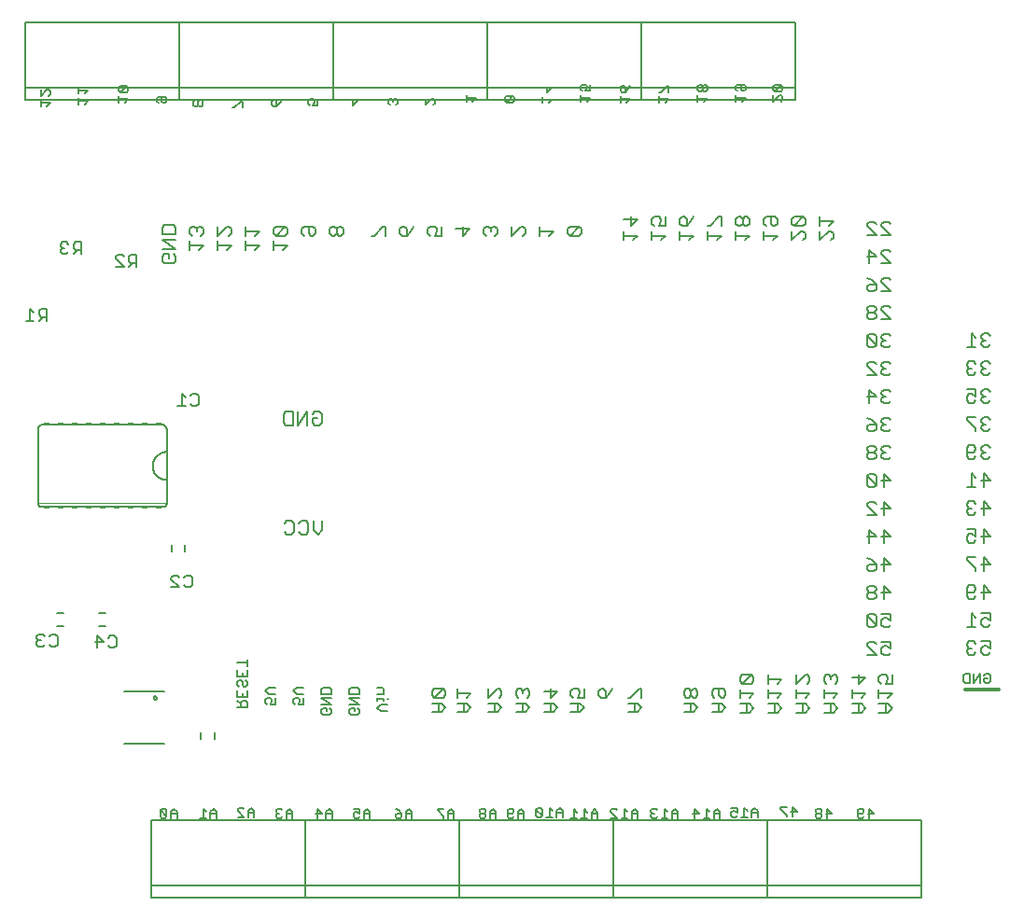
<source format=gbo>
G75*
%MOIN*%
%OFA0B0*%
%FSLAX25Y25*%
%IPPOS*%
%LPD*%
%AMOC8*
5,1,8,0,0,1.08239X$1,22.5*
%
%ADD10C,0.00800*%
%ADD11C,0.00600*%
%ADD12C,0.00500*%
%ADD13C,0.00200*%
%ADD14R,0.02000X0.00500*%
%ADD15C,0.01200*%
D10*
X0103335Y0076298D02*
X0103337Y0076345D01*
X0103343Y0076392D01*
X0103353Y0076439D01*
X0103366Y0076484D01*
X0103384Y0076528D01*
X0103405Y0076570D01*
X0103429Y0076611D01*
X0103457Y0076649D01*
X0103488Y0076685D01*
X0103522Y0076718D01*
X0103558Y0076748D01*
X0103597Y0076775D01*
X0103638Y0076799D01*
X0103681Y0076819D01*
X0103725Y0076835D01*
X0103771Y0076848D01*
X0103817Y0076857D01*
X0103865Y0076862D01*
X0103912Y0076863D01*
X0103959Y0076860D01*
X0104006Y0076853D01*
X0104052Y0076842D01*
X0104097Y0076828D01*
X0104141Y0076809D01*
X0104182Y0076787D01*
X0104222Y0076762D01*
X0104260Y0076733D01*
X0104295Y0076702D01*
X0104328Y0076667D01*
X0104357Y0076630D01*
X0104383Y0076591D01*
X0104406Y0076549D01*
X0104425Y0076506D01*
X0104441Y0076461D01*
X0104453Y0076415D01*
X0104461Y0076369D01*
X0104465Y0076322D01*
X0104465Y0076274D01*
X0104461Y0076227D01*
X0104453Y0076181D01*
X0104441Y0076135D01*
X0104425Y0076090D01*
X0104406Y0076047D01*
X0104383Y0076005D01*
X0104357Y0075966D01*
X0104328Y0075929D01*
X0104295Y0075894D01*
X0104260Y0075863D01*
X0104222Y0075834D01*
X0104183Y0075809D01*
X0104141Y0075787D01*
X0104097Y0075768D01*
X0104052Y0075754D01*
X0104006Y0075743D01*
X0103959Y0075736D01*
X0103912Y0075733D01*
X0103865Y0075734D01*
X0103817Y0075739D01*
X0103771Y0075748D01*
X0103725Y0075761D01*
X0103681Y0075777D01*
X0103638Y0075797D01*
X0103597Y0075821D01*
X0103558Y0075848D01*
X0103522Y0075878D01*
X0103488Y0075911D01*
X0103457Y0075947D01*
X0103429Y0075985D01*
X0103405Y0076026D01*
X0103384Y0076068D01*
X0103366Y0076112D01*
X0103353Y0076157D01*
X0103343Y0076204D01*
X0103337Y0076251D01*
X0103335Y0076298D01*
X0089307Y0094270D02*
X0087906Y0094270D01*
X0087205Y0094970D01*
X0089307Y0094270D02*
X0090008Y0094970D01*
X0090008Y0097773D01*
X0089307Y0098473D01*
X0087906Y0098473D01*
X0087205Y0097773D01*
X0085404Y0096371D02*
X0082601Y0096371D01*
X0083302Y0094270D02*
X0083302Y0098473D01*
X0085404Y0096371D01*
X0068984Y0095413D02*
X0068284Y0094712D01*
X0066883Y0094712D01*
X0066182Y0095413D01*
X0064380Y0095413D02*
X0063680Y0094712D01*
X0062279Y0094712D01*
X0061578Y0095413D01*
X0061578Y0096114D01*
X0062279Y0096814D01*
X0062979Y0096814D01*
X0062279Y0096814D02*
X0061578Y0097515D01*
X0061578Y0098215D01*
X0062279Y0098916D01*
X0063680Y0098916D01*
X0064380Y0098215D01*
X0066182Y0098215D02*
X0066883Y0098916D01*
X0068284Y0098916D01*
X0068984Y0098215D01*
X0068984Y0095413D01*
X0109632Y0115860D02*
X0112434Y0115860D01*
X0109632Y0118662D01*
X0109632Y0119363D01*
X0110332Y0120063D01*
X0111733Y0120063D01*
X0112434Y0119363D01*
X0114236Y0119363D02*
X0114936Y0120063D01*
X0116337Y0120063D01*
X0117038Y0119363D01*
X0117038Y0116560D01*
X0116337Y0115860D01*
X0114936Y0115860D01*
X0114236Y0116560D01*
X0150118Y0135548D02*
X0150919Y0134747D01*
X0152520Y0134747D01*
X0153321Y0135548D01*
X0153321Y0138751D01*
X0152520Y0139551D01*
X0150919Y0139551D01*
X0150118Y0138751D01*
X0155275Y0138751D02*
X0156075Y0139551D01*
X0157677Y0139551D01*
X0158478Y0138751D01*
X0158478Y0135548D01*
X0157677Y0134747D01*
X0156075Y0134747D01*
X0155275Y0135548D01*
X0160431Y0136349D02*
X0160431Y0139551D01*
X0160431Y0136349D02*
X0162033Y0134747D01*
X0163634Y0136349D01*
X0163634Y0139551D01*
X0162519Y0173730D02*
X0160917Y0173730D01*
X0160117Y0174531D01*
X0160117Y0176132D01*
X0161718Y0176132D01*
X0163319Y0177733D02*
X0163319Y0174531D01*
X0162519Y0173730D01*
X0158163Y0173730D02*
X0158163Y0178534D01*
X0154960Y0173730D01*
X0154960Y0178534D01*
X0153007Y0178534D02*
X0150604Y0178534D01*
X0149804Y0177733D01*
X0149804Y0174531D01*
X0150604Y0173730D01*
X0153007Y0173730D01*
X0153007Y0178534D01*
X0160117Y0177733D02*
X0160917Y0178534D01*
X0162519Y0178534D01*
X0163319Y0177733D01*
X0119334Y0181386D02*
X0118633Y0180686D01*
X0117232Y0180686D01*
X0116531Y0181386D01*
X0114730Y0180686D02*
X0111927Y0180686D01*
X0113328Y0180686D02*
X0113328Y0184889D01*
X0114730Y0183488D01*
X0116531Y0184189D02*
X0117232Y0184889D01*
X0118633Y0184889D01*
X0119334Y0184189D01*
X0119334Y0181386D01*
X0065159Y0211030D02*
X0065159Y0215233D01*
X0063058Y0215233D01*
X0062357Y0214533D01*
X0062357Y0213132D01*
X0063058Y0212431D01*
X0065159Y0212431D01*
X0063758Y0212431D02*
X0062357Y0211030D01*
X0060555Y0211030D02*
X0057753Y0211030D01*
X0059154Y0211030D02*
X0059154Y0215233D01*
X0060555Y0213832D01*
X0070849Y0234937D02*
X0072251Y0234937D01*
X0072951Y0235638D01*
X0074753Y0234937D02*
X0076154Y0236338D01*
X0075453Y0236338D02*
X0077555Y0236338D01*
X0077555Y0234937D02*
X0077555Y0239141D01*
X0075453Y0239141D01*
X0074753Y0238440D01*
X0074753Y0237039D01*
X0075453Y0236338D01*
X0072951Y0238440D02*
X0072251Y0239141D01*
X0070849Y0239141D01*
X0070149Y0238440D01*
X0070149Y0237740D01*
X0070849Y0237039D01*
X0070149Y0236338D01*
X0070149Y0235638D01*
X0070849Y0234937D01*
X0070849Y0237039D02*
X0071550Y0237039D01*
X0089890Y0233843D02*
X0089890Y0233142D01*
X0092693Y0230340D01*
X0089890Y0230340D01*
X0089890Y0233843D02*
X0090591Y0234543D01*
X0091992Y0234543D01*
X0092693Y0233843D01*
X0094494Y0233843D02*
X0094494Y0232442D01*
X0095195Y0231741D01*
X0097297Y0231741D01*
X0097297Y0230340D02*
X0097297Y0234543D01*
X0095195Y0234543D01*
X0094494Y0233843D01*
X0095895Y0231741D02*
X0094494Y0230340D01*
X0106400Y0232399D02*
X0106400Y0234000D01*
X0107201Y0234801D01*
X0108802Y0234801D01*
X0108802Y0233200D01*
X0110403Y0234801D02*
X0111204Y0234000D01*
X0111204Y0232399D01*
X0110403Y0231598D01*
X0107201Y0231598D01*
X0106400Y0232399D01*
X0106400Y0236755D02*
X0111204Y0236755D01*
X0106400Y0239957D01*
X0111204Y0239957D01*
X0111204Y0241911D02*
X0106400Y0241911D01*
X0106400Y0244313D01*
X0107201Y0245114D01*
X0110403Y0245114D01*
X0111204Y0244313D01*
X0111204Y0241911D01*
X0116300Y0242242D02*
X0117101Y0241442D01*
X0116300Y0242242D02*
X0116300Y0243844D01*
X0117101Y0244645D01*
X0117901Y0244645D01*
X0118702Y0243844D01*
X0118702Y0243043D01*
X0118702Y0243844D02*
X0119503Y0244645D01*
X0120303Y0244645D01*
X0121104Y0243844D01*
X0121104Y0242242D01*
X0120303Y0241442D01*
X0121104Y0237887D02*
X0116300Y0237887D01*
X0116300Y0239488D02*
X0116300Y0236285D01*
X0119503Y0236285D02*
X0121104Y0237887D01*
X0126300Y0237887D02*
X0131104Y0237887D01*
X0129503Y0236285D01*
X0126300Y0236285D02*
X0126300Y0239488D01*
X0126300Y0241442D02*
X0129503Y0244645D01*
X0130303Y0244645D01*
X0131104Y0243844D01*
X0131104Y0242242D01*
X0130303Y0241442D01*
X0126300Y0241442D02*
X0126300Y0244645D01*
X0136300Y0244645D02*
X0136300Y0241442D01*
X0136300Y0243043D02*
X0141104Y0243043D01*
X0139503Y0241442D01*
X0136300Y0239488D02*
X0136300Y0236285D01*
X0136300Y0237887D02*
X0141104Y0237887D01*
X0139503Y0236285D01*
X0146300Y0236285D02*
X0146300Y0239488D01*
X0146300Y0237887D02*
X0151104Y0237887D01*
X0149503Y0236285D01*
X0150303Y0241442D02*
X0147101Y0241442D01*
X0150303Y0244645D01*
X0147101Y0244645D01*
X0146300Y0243844D01*
X0146300Y0242242D01*
X0147101Y0241442D01*
X0150303Y0241442D02*
X0151104Y0242242D01*
X0151104Y0243844D01*
X0150303Y0244645D01*
X0156300Y0243844D02*
X0157101Y0244645D01*
X0160303Y0244645D01*
X0161104Y0243844D01*
X0161104Y0242242D01*
X0160303Y0241442D01*
X0159503Y0241442D01*
X0158702Y0242242D01*
X0158702Y0244645D01*
X0156300Y0243844D02*
X0156300Y0242242D01*
X0157101Y0241442D01*
X0166300Y0242242D02*
X0167101Y0241442D01*
X0167901Y0241442D01*
X0168702Y0242242D01*
X0168702Y0243844D01*
X0167901Y0244645D01*
X0167101Y0244645D01*
X0166300Y0243844D01*
X0166300Y0242242D01*
X0168702Y0242242D02*
X0169503Y0241442D01*
X0170303Y0241442D01*
X0171104Y0242242D01*
X0171104Y0243844D01*
X0170303Y0244645D01*
X0169503Y0244645D01*
X0168702Y0243844D01*
X0181300Y0241442D02*
X0182101Y0241442D01*
X0185303Y0244645D01*
X0186104Y0244645D01*
X0186104Y0241442D01*
X0191300Y0242242D02*
X0191300Y0243844D01*
X0192101Y0244645D01*
X0192901Y0244645D01*
X0193702Y0243844D01*
X0193702Y0241442D01*
X0192101Y0241442D01*
X0191300Y0242242D01*
X0193702Y0241442D02*
X0195303Y0243043D01*
X0196104Y0244645D01*
X0201300Y0243844D02*
X0201300Y0242242D01*
X0202101Y0241442D01*
X0203702Y0241442D02*
X0204503Y0243043D01*
X0204503Y0243844D01*
X0203702Y0244645D01*
X0202101Y0244645D01*
X0201300Y0243844D01*
X0203702Y0241442D02*
X0206104Y0241442D01*
X0206104Y0244645D01*
X0211300Y0243844D02*
X0216104Y0243844D01*
X0213702Y0241442D01*
X0213702Y0244645D01*
X0221300Y0243844D02*
X0221300Y0242242D01*
X0222101Y0241442D01*
X0223702Y0243043D02*
X0223702Y0243844D01*
X0222901Y0244645D01*
X0222101Y0244645D01*
X0221300Y0243844D01*
X0223702Y0243844D02*
X0224503Y0244645D01*
X0225303Y0244645D01*
X0226104Y0243844D01*
X0226104Y0242242D01*
X0225303Y0241442D01*
X0231300Y0241442D02*
X0234503Y0244645D01*
X0235303Y0244645D01*
X0236104Y0243844D01*
X0236104Y0242242D01*
X0235303Y0241442D01*
X0231300Y0241442D02*
X0231300Y0244645D01*
X0241300Y0244645D02*
X0241300Y0241442D01*
X0241300Y0243043D02*
X0246104Y0243043D01*
X0244503Y0241442D01*
X0251300Y0242242D02*
X0252101Y0241442D01*
X0255303Y0244645D01*
X0252101Y0244645D01*
X0251300Y0243844D01*
X0251300Y0242242D01*
X0252101Y0241442D02*
X0255303Y0241442D01*
X0256104Y0242242D01*
X0256104Y0243844D01*
X0255303Y0244645D01*
X0271300Y0242988D02*
X0271300Y0239785D01*
X0271300Y0241387D02*
X0276104Y0241387D01*
X0274503Y0239785D01*
X0281300Y0239785D02*
X0281300Y0242988D01*
X0281300Y0241387D02*
X0286104Y0241387D01*
X0284503Y0239785D01*
X0291300Y0239785D02*
X0291300Y0242988D01*
X0291300Y0241387D02*
X0296104Y0241387D01*
X0294503Y0239785D01*
X0301300Y0239785D02*
X0301300Y0242988D01*
X0301300Y0241387D02*
X0306104Y0241387D01*
X0304503Y0239785D01*
X0311300Y0239785D02*
X0311300Y0242988D01*
X0311300Y0241387D02*
X0316104Y0241387D01*
X0314503Y0239785D01*
X0321300Y0239785D02*
X0321300Y0242988D01*
X0321300Y0241387D02*
X0326104Y0241387D01*
X0324503Y0239785D01*
X0331300Y0239785D02*
X0331300Y0242988D01*
X0332101Y0244942D02*
X0331300Y0245742D01*
X0331300Y0247344D01*
X0332101Y0248145D01*
X0335303Y0248145D01*
X0332101Y0244942D01*
X0335303Y0244942D01*
X0336104Y0245742D01*
X0336104Y0247344D01*
X0335303Y0248145D01*
X0341300Y0248145D02*
X0341300Y0244942D01*
X0341300Y0246543D02*
X0346104Y0246543D01*
X0344503Y0244942D01*
X0344503Y0242988D02*
X0345303Y0242988D01*
X0346104Y0242187D01*
X0346104Y0240586D01*
X0345303Y0239785D01*
X0344503Y0242988D02*
X0341300Y0239785D01*
X0341300Y0242988D01*
X0336104Y0242187D02*
X0336104Y0240586D01*
X0335303Y0239785D01*
X0336104Y0242187D02*
X0335303Y0242988D01*
X0334503Y0242988D01*
X0331300Y0239785D01*
X0326104Y0245742D02*
X0325303Y0244942D01*
X0324503Y0244942D01*
X0323702Y0245742D01*
X0323702Y0248145D01*
X0322101Y0248145D02*
X0325303Y0248145D01*
X0326104Y0247344D01*
X0326104Y0245742D01*
X0322101Y0244942D02*
X0321300Y0245742D01*
X0321300Y0247344D01*
X0322101Y0248145D01*
X0316104Y0247344D02*
X0315303Y0248145D01*
X0314503Y0248145D01*
X0313702Y0247344D01*
X0313702Y0245742D01*
X0314503Y0244942D01*
X0315303Y0244942D01*
X0316104Y0245742D01*
X0316104Y0247344D01*
X0313702Y0247344D02*
X0312901Y0248145D01*
X0312101Y0248145D01*
X0311300Y0247344D01*
X0311300Y0245742D01*
X0312101Y0244942D01*
X0312901Y0244942D01*
X0313702Y0245742D01*
X0306104Y0244942D02*
X0306104Y0248145D01*
X0305303Y0248145D01*
X0302101Y0244942D01*
X0301300Y0244942D01*
X0296104Y0248145D02*
X0295303Y0246543D01*
X0293702Y0244942D01*
X0293702Y0247344D01*
X0292901Y0248145D01*
X0292101Y0248145D01*
X0291300Y0247344D01*
X0291300Y0245742D01*
X0292101Y0244942D01*
X0293702Y0244942D01*
X0286104Y0244942D02*
X0283702Y0244942D01*
X0284503Y0246543D01*
X0284503Y0247344D01*
X0283702Y0248145D01*
X0282101Y0248145D01*
X0281300Y0247344D01*
X0281300Y0245742D01*
X0282101Y0244942D01*
X0286104Y0244942D02*
X0286104Y0248145D01*
X0276104Y0247344D02*
X0273702Y0244942D01*
X0273702Y0248145D01*
X0271300Y0247344D02*
X0276104Y0247344D01*
X0358141Y0245602D02*
X0358942Y0246402D01*
X0360543Y0246402D01*
X0361344Y0245602D01*
X0363297Y0245602D02*
X0364098Y0246402D01*
X0365699Y0246402D01*
X0366500Y0245602D01*
X0363297Y0245602D02*
X0363297Y0244801D01*
X0366500Y0241598D01*
X0363297Y0241598D01*
X0361344Y0241598D02*
X0358141Y0244801D01*
X0358141Y0245602D01*
X0358141Y0241598D02*
X0361344Y0241598D01*
X0358942Y0236402D02*
X0361344Y0234000D01*
X0358141Y0234000D01*
X0358942Y0231598D02*
X0358942Y0236402D01*
X0363297Y0235602D02*
X0364098Y0236402D01*
X0365699Y0236402D01*
X0366500Y0235602D01*
X0363297Y0235602D02*
X0363297Y0234801D01*
X0366500Y0231598D01*
X0363297Y0231598D01*
X0364098Y0226402D02*
X0365699Y0226402D01*
X0366500Y0225602D01*
X0364098Y0226402D02*
X0363297Y0225602D01*
X0363297Y0224801D01*
X0366500Y0221598D01*
X0363297Y0221598D01*
X0361344Y0222399D02*
X0360543Y0221598D01*
X0358942Y0221598D01*
X0358141Y0222399D01*
X0358141Y0223200D01*
X0358942Y0224000D01*
X0361344Y0224000D01*
X0361344Y0222399D01*
X0361344Y0224000D02*
X0359742Y0225602D01*
X0358141Y0226402D01*
X0358942Y0216402D02*
X0358141Y0215602D01*
X0358141Y0214801D01*
X0358942Y0214000D01*
X0360543Y0214000D01*
X0361344Y0214801D01*
X0361344Y0215602D01*
X0360543Y0216402D01*
X0358942Y0216402D01*
X0358942Y0214000D02*
X0358141Y0213200D01*
X0358141Y0212399D01*
X0358942Y0211598D01*
X0360543Y0211598D01*
X0361344Y0212399D01*
X0361344Y0213200D01*
X0360543Y0214000D01*
X0363297Y0214801D02*
X0363297Y0215602D01*
X0364098Y0216402D01*
X0365699Y0216402D01*
X0366500Y0215602D01*
X0363297Y0214801D02*
X0366500Y0211598D01*
X0363297Y0211598D01*
X0364098Y0206402D02*
X0363297Y0205602D01*
X0363297Y0204801D01*
X0364098Y0204000D01*
X0363297Y0203200D01*
X0363297Y0202399D01*
X0364098Y0201598D01*
X0365699Y0201598D01*
X0366500Y0202399D01*
X0364899Y0204000D02*
X0364098Y0204000D01*
X0364098Y0206402D02*
X0365699Y0206402D01*
X0366500Y0205602D01*
X0361344Y0205602D02*
X0361344Y0202399D01*
X0358141Y0205602D01*
X0358141Y0202399D01*
X0358942Y0201598D01*
X0360543Y0201598D01*
X0361344Y0202399D01*
X0361344Y0205602D02*
X0360543Y0206402D01*
X0358942Y0206402D01*
X0358141Y0205602D01*
X0358942Y0196402D02*
X0360543Y0196402D01*
X0361344Y0195602D01*
X0363297Y0195602D02*
X0363297Y0194801D01*
X0364098Y0194000D01*
X0363297Y0193200D01*
X0363297Y0192399D01*
X0364098Y0191598D01*
X0365699Y0191598D01*
X0366500Y0192399D01*
X0364899Y0194000D02*
X0364098Y0194000D01*
X0363297Y0195602D02*
X0364098Y0196402D01*
X0365699Y0196402D01*
X0366500Y0195602D01*
X0361344Y0191598D02*
X0358141Y0191598D01*
X0361344Y0191598D02*
X0358141Y0194801D01*
X0358141Y0195602D01*
X0358942Y0196402D01*
X0358942Y0186402D02*
X0361344Y0184000D01*
X0358141Y0184000D01*
X0358942Y0181598D02*
X0358942Y0186402D01*
X0363297Y0185602D02*
X0363297Y0184801D01*
X0364098Y0184000D01*
X0363297Y0183200D01*
X0363297Y0182399D01*
X0364098Y0181598D01*
X0365699Y0181598D01*
X0366500Y0182399D01*
X0364899Y0184000D02*
X0364098Y0184000D01*
X0363297Y0185602D02*
X0364098Y0186402D01*
X0365699Y0186402D01*
X0366500Y0185602D01*
X0365699Y0176402D02*
X0364098Y0176402D01*
X0363297Y0175602D01*
X0363297Y0174801D01*
X0364098Y0174000D01*
X0363297Y0173200D01*
X0363297Y0172399D01*
X0364098Y0171598D01*
X0365699Y0171598D01*
X0366500Y0172399D01*
X0364899Y0174000D02*
X0364098Y0174000D01*
X0361344Y0174000D02*
X0358942Y0174000D01*
X0358141Y0173200D01*
X0358141Y0172399D01*
X0358942Y0171598D01*
X0360543Y0171598D01*
X0361344Y0172399D01*
X0361344Y0174000D01*
X0359742Y0175602D01*
X0358141Y0176402D01*
X0365699Y0176402D02*
X0366500Y0175602D01*
X0365699Y0166402D02*
X0364098Y0166402D01*
X0363297Y0165602D01*
X0363297Y0164801D01*
X0364098Y0164000D01*
X0363297Y0163200D01*
X0363297Y0162399D01*
X0364098Y0161598D01*
X0365699Y0161598D01*
X0366500Y0162399D01*
X0364899Y0164000D02*
X0364098Y0164000D01*
X0361344Y0163200D02*
X0360543Y0164000D01*
X0358942Y0164000D01*
X0358141Y0163200D01*
X0358141Y0162399D01*
X0358942Y0161598D01*
X0360543Y0161598D01*
X0361344Y0162399D01*
X0361344Y0163200D01*
X0360543Y0164000D02*
X0361344Y0164801D01*
X0361344Y0165602D01*
X0360543Y0166402D01*
X0358942Y0166402D01*
X0358141Y0165602D01*
X0358141Y0164801D01*
X0358942Y0164000D01*
X0365699Y0166402D02*
X0366500Y0165602D01*
X0364098Y0156402D02*
X0366500Y0154000D01*
X0363297Y0154000D01*
X0361344Y0152399D02*
X0361344Y0155602D01*
X0360543Y0156402D01*
X0358942Y0156402D01*
X0358141Y0155602D01*
X0361344Y0152399D01*
X0360543Y0151598D01*
X0358942Y0151598D01*
X0358141Y0152399D01*
X0358141Y0155602D01*
X0364098Y0156402D02*
X0364098Y0151598D01*
X0364098Y0146402D02*
X0366500Y0144000D01*
X0363297Y0144000D01*
X0361344Y0145602D02*
X0360543Y0146402D01*
X0358942Y0146402D01*
X0358141Y0145602D01*
X0358141Y0144801D01*
X0361344Y0141598D01*
X0358141Y0141598D01*
X0358942Y0136402D02*
X0361344Y0134000D01*
X0358141Y0134000D01*
X0358942Y0131598D02*
X0358942Y0136402D01*
X0363297Y0134000D02*
X0366500Y0134000D01*
X0364098Y0136402D01*
X0364098Y0131598D01*
X0364098Y0126402D02*
X0366500Y0124000D01*
X0363297Y0124000D01*
X0361344Y0124000D02*
X0358942Y0124000D01*
X0358141Y0123200D01*
X0358141Y0122399D01*
X0358942Y0121598D01*
X0360543Y0121598D01*
X0361344Y0122399D01*
X0361344Y0124000D01*
X0359742Y0125602D01*
X0358141Y0126402D01*
X0364098Y0126402D02*
X0364098Y0121598D01*
X0364098Y0116402D02*
X0366500Y0114000D01*
X0363297Y0114000D01*
X0361344Y0113200D02*
X0360543Y0114000D01*
X0358942Y0114000D01*
X0358141Y0113200D01*
X0358141Y0112399D01*
X0358942Y0111598D01*
X0360543Y0111598D01*
X0361344Y0112399D01*
X0361344Y0113200D01*
X0360543Y0114000D02*
X0361344Y0114801D01*
X0361344Y0115602D01*
X0360543Y0116402D01*
X0358942Y0116402D01*
X0358141Y0115602D01*
X0358141Y0114801D01*
X0358942Y0114000D01*
X0364098Y0111598D02*
X0364098Y0116402D01*
X0363297Y0106402D02*
X0366500Y0106402D01*
X0366500Y0104000D01*
X0364899Y0104801D01*
X0364098Y0104801D01*
X0363297Y0104000D01*
X0363297Y0102399D01*
X0364098Y0101598D01*
X0365699Y0101598D01*
X0366500Y0102399D01*
X0361344Y0102399D02*
X0361344Y0105602D01*
X0360543Y0106402D01*
X0358942Y0106402D01*
X0358141Y0105602D01*
X0361344Y0102399D01*
X0360543Y0101598D01*
X0358942Y0101598D01*
X0358141Y0102399D01*
X0358141Y0105602D01*
X0358942Y0096402D02*
X0360543Y0096402D01*
X0361344Y0095602D01*
X0363297Y0096402D02*
X0366500Y0096402D01*
X0366500Y0094000D01*
X0364899Y0094801D01*
X0364098Y0094801D01*
X0363297Y0094000D01*
X0363297Y0092399D01*
X0364098Y0091598D01*
X0365699Y0091598D01*
X0366500Y0092399D01*
X0361344Y0091598D02*
X0358141Y0094801D01*
X0358141Y0095602D01*
X0358942Y0096402D01*
X0358141Y0091598D02*
X0361344Y0091598D01*
X0363101Y0084545D02*
X0362300Y0083744D01*
X0362300Y0082142D01*
X0363101Y0081342D01*
X0364702Y0081342D02*
X0365503Y0082943D01*
X0365503Y0083744D01*
X0364702Y0084545D01*
X0363101Y0084545D01*
X0364702Y0081342D02*
X0367104Y0081342D01*
X0367104Y0084545D01*
X0367104Y0077787D02*
X0362300Y0077787D01*
X0362300Y0079388D02*
X0362300Y0076185D01*
X0362300Y0074232D02*
X0365503Y0074232D01*
X0367104Y0072630D01*
X0365503Y0071029D01*
X0362300Y0071029D01*
X0364702Y0071029D02*
X0364702Y0074232D01*
X0365503Y0076185D02*
X0367104Y0077787D01*
X0357604Y0077787D02*
X0356003Y0076185D01*
X0356003Y0074232D02*
X0352800Y0074232D01*
X0352800Y0076185D02*
X0352800Y0079388D01*
X0352800Y0077787D02*
X0357604Y0077787D01*
X0356003Y0074232D02*
X0357604Y0072630D01*
X0356003Y0071029D01*
X0352800Y0071029D01*
X0355202Y0071029D02*
X0355202Y0074232D01*
X0347604Y0072630D02*
X0346003Y0074232D01*
X0342800Y0074232D01*
X0342800Y0076185D02*
X0342800Y0079388D01*
X0342800Y0077787D02*
X0347604Y0077787D01*
X0346003Y0076185D01*
X0345202Y0074232D02*
X0345202Y0071029D01*
X0346003Y0071029D02*
X0347604Y0072630D01*
X0346003Y0071029D02*
X0342800Y0071029D01*
X0337604Y0072630D02*
X0336003Y0074232D01*
X0332800Y0074232D01*
X0332800Y0076185D02*
X0332800Y0079388D01*
X0332800Y0077787D02*
X0337604Y0077787D01*
X0336003Y0076185D01*
X0335202Y0074232D02*
X0335202Y0071029D01*
X0336003Y0071029D02*
X0337604Y0072630D01*
X0336003Y0071029D02*
X0332800Y0071029D01*
X0327604Y0072630D02*
X0326003Y0074232D01*
X0322800Y0074232D01*
X0322800Y0076185D02*
X0322800Y0079388D01*
X0322800Y0077787D02*
X0327604Y0077787D01*
X0326003Y0076185D01*
X0325202Y0074232D02*
X0325202Y0071029D01*
X0326003Y0071029D02*
X0327604Y0072630D01*
X0326003Y0071029D02*
X0322800Y0071029D01*
X0317604Y0072630D02*
X0316003Y0074232D01*
X0312800Y0074232D01*
X0312800Y0076185D02*
X0312800Y0079388D01*
X0312800Y0077787D02*
X0317604Y0077787D01*
X0316003Y0076185D01*
X0315202Y0074232D02*
X0315202Y0071029D01*
X0316003Y0071029D02*
X0317604Y0072630D01*
X0316003Y0071029D02*
X0312800Y0071029D01*
X0307604Y0072787D02*
X0306003Y0074388D01*
X0302800Y0074388D01*
X0303601Y0076342D02*
X0302800Y0077142D01*
X0302800Y0078744D01*
X0303601Y0079545D01*
X0306803Y0079545D01*
X0307604Y0078744D01*
X0307604Y0077142D01*
X0306803Y0076342D01*
X0306003Y0076342D01*
X0305202Y0077142D01*
X0305202Y0079545D01*
X0305202Y0074388D02*
X0305202Y0071185D01*
X0306003Y0071185D02*
X0307604Y0072787D01*
X0306003Y0071185D02*
X0302800Y0071185D01*
X0297604Y0072787D02*
X0296003Y0074388D01*
X0292800Y0074388D01*
X0293601Y0076342D02*
X0292800Y0077142D01*
X0292800Y0078744D01*
X0293601Y0079545D01*
X0294401Y0079545D01*
X0295202Y0078744D01*
X0295202Y0077142D01*
X0296003Y0076342D01*
X0296803Y0076342D01*
X0297604Y0077142D01*
X0297604Y0078744D01*
X0296803Y0079545D01*
X0296003Y0079545D01*
X0295202Y0078744D01*
X0295202Y0077142D02*
X0294401Y0076342D01*
X0293601Y0076342D01*
X0295202Y0074388D02*
X0295202Y0071185D01*
X0296003Y0071185D02*
X0297604Y0072787D01*
X0296003Y0071185D02*
X0292800Y0071185D01*
X0277604Y0072787D02*
X0276003Y0074388D01*
X0272800Y0074388D01*
X0272800Y0076342D02*
X0273601Y0076342D01*
X0276803Y0079545D01*
X0277604Y0079545D01*
X0277604Y0076342D01*
X0275202Y0074388D02*
X0275202Y0071185D01*
X0276003Y0071185D02*
X0277604Y0072787D01*
X0276003Y0071185D02*
X0272800Y0071185D01*
X0266303Y0077943D02*
X0264702Y0076342D01*
X0264702Y0078744D01*
X0263901Y0079545D01*
X0263101Y0079545D01*
X0262300Y0078744D01*
X0262300Y0077142D01*
X0263101Y0076342D01*
X0264702Y0076342D01*
X0266303Y0077943D02*
X0267104Y0079545D01*
X0257104Y0079545D02*
X0257104Y0076342D01*
X0254702Y0076342D01*
X0255503Y0077943D01*
X0255503Y0078744D01*
X0254702Y0079545D01*
X0253101Y0079545D01*
X0252300Y0078744D01*
X0252300Y0077142D01*
X0253101Y0076342D01*
X0252300Y0074388D02*
X0255503Y0074388D01*
X0257104Y0072787D01*
X0255503Y0071185D01*
X0252300Y0071185D01*
X0254702Y0071185D02*
X0254702Y0074388D01*
X0247604Y0072787D02*
X0246003Y0074388D01*
X0242800Y0074388D01*
X0245202Y0074388D02*
X0245202Y0071185D01*
X0246003Y0071185D02*
X0247604Y0072787D01*
X0246003Y0071185D02*
X0242800Y0071185D01*
X0237604Y0072787D02*
X0236003Y0074388D01*
X0232800Y0074388D01*
X0233601Y0076342D02*
X0232800Y0077142D01*
X0232800Y0078744D01*
X0233601Y0079545D01*
X0234401Y0079545D01*
X0235202Y0078744D01*
X0235202Y0077943D01*
X0235202Y0078744D02*
X0236003Y0079545D01*
X0236803Y0079545D01*
X0237604Y0078744D01*
X0237604Y0077142D01*
X0236803Y0076342D01*
X0235202Y0074388D02*
X0235202Y0071185D01*
X0236003Y0071185D02*
X0232800Y0071185D01*
X0236003Y0071185D02*
X0237604Y0072787D01*
X0242800Y0078744D02*
X0247604Y0078744D01*
X0245202Y0076342D01*
X0245202Y0079545D01*
X0227604Y0078744D02*
X0227604Y0077142D01*
X0226803Y0076342D01*
X0226003Y0074388D02*
X0222800Y0074388D01*
X0222800Y0076342D02*
X0226003Y0079545D01*
X0226803Y0079545D01*
X0227604Y0078744D01*
X0226003Y0074388D02*
X0227604Y0072787D01*
X0226003Y0071185D01*
X0222800Y0071185D01*
X0225202Y0071185D02*
X0225202Y0074388D01*
X0222800Y0076342D02*
X0222800Y0079545D01*
X0216604Y0077943D02*
X0211800Y0077943D01*
X0211800Y0076342D02*
X0211800Y0079545D01*
X0207604Y0078744D02*
X0206803Y0079545D01*
X0203601Y0076342D01*
X0202800Y0077142D01*
X0202800Y0078744D01*
X0203601Y0079545D01*
X0206803Y0079545D01*
X0207604Y0078744D02*
X0207604Y0077142D01*
X0206803Y0076342D01*
X0203601Y0076342D01*
X0202800Y0074388D02*
X0206003Y0074388D01*
X0207604Y0072787D01*
X0206003Y0071185D01*
X0202800Y0071185D01*
X0205202Y0071185D02*
X0205202Y0074388D01*
X0211800Y0074388D02*
X0215003Y0074388D01*
X0216604Y0072787D01*
X0215003Y0071185D01*
X0211800Y0071185D01*
X0214202Y0071185D02*
X0214202Y0074388D01*
X0215003Y0076342D02*
X0216604Y0077943D01*
X0312800Y0082142D02*
X0313601Y0081342D01*
X0316803Y0084545D01*
X0313601Y0084545D01*
X0312800Y0083744D01*
X0312800Y0082142D01*
X0313601Y0081342D02*
X0316803Y0081342D01*
X0317604Y0082142D01*
X0317604Y0083744D01*
X0316803Y0084545D01*
X0322800Y0084545D02*
X0322800Y0081342D01*
X0322800Y0082943D02*
X0327604Y0082943D01*
X0326003Y0081342D01*
X0332800Y0081342D02*
X0336003Y0084545D01*
X0336803Y0084545D01*
X0337604Y0083744D01*
X0337604Y0082142D01*
X0336803Y0081342D01*
X0332800Y0081342D02*
X0332800Y0084545D01*
X0342800Y0083744D02*
X0342800Y0082142D01*
X0343601Y0081342D01*
X0345202Y0082943D02*
X0345202Y0083744D01*
X0344401Y0084545D01*
X0343601Y0084545D01*
X0342800Y0083744D01*
X0345202Y0083744D02*
X0346003Y0084545D01*
X0346803Y0084545D01*
X0347604Y0083744D01*
X0347604Y0082142D01*
X0346803Y0081342D01*
X0352800Y0083744D02*
X0357604Y0083744D01*
X0355202Y0081342D01*
X0355202Y0084545D01*
X0393741Y0092499D02*
X0394542Y0091698D01*
X0396143Y0091698D01*
X0396944Y0092499D01*
X0398897Y0092499D02*
X0399698Y0091698D01*
X0401299Y0091698D01*
X0402100Y0092499D01*
X0402100Y0094100D02*
X0400499Y0094901D01*
X0399698Y0094901D01*
X0398897Y0094100D01*
X0398897Y0092499D01*
X0402100Y0094100D02*
X0402100Y0096502D01*
X0398897Y0096502D01*
X0396944Y0095702D02*
X0396143Y0096502D01*
X0394542Y0096502D01*
X0393741Y0095702D01*
X0393741Y0094901D01*
X0394542Y0094100D01*
X0393741Y0093300D01*
X0393741Y0092499D01*
X0394542Y0094100D02*
X0395342Y0094100D01*
X0395342Y0101698D02*
X0395342Y0106502D01*
X0396944Y0104901D01*
X0398897Y0104100D02*
X0398897Y0102499D01*
X0399698Y0101698D01*
X0401299Y0101698D01*
X0402100Y0102499D01*
X0402100Y0104100D02*
X0400499Y0104901D01*
X0399698Y0104901D01*
X0398897Y0104100D01*
X0398897Y0106502D02*
X0402100Y0106502D01*
X0402100Y0104100D01*
X0396944Y0101698D02*
X0393741Y0101698D01*
X0394542Y0111698D02*
X0393741Y0112499D01*
X0393741Y0115702D01*
X0394542Y0116502D01*
X0396143Y0116502D01*
X0396944Y0115702D01*
X0396944Y0114901D01*
X0396143Y0114100D01*
X0393741Y0114100D01*
X0394542Y0111698D02*
X0396143Y0111698D01*
X0396944Y0112499D01*
X0398897Y0114100D02*
X0402100Y0114100D01*
X0399698Y0116502D01*
X0399698Y0111698D01*
X0399698Y0121698D02*
X0399698Y0126502D01*
X0402100Y0124100D01*
X0398897Y0124100D01*
X0396944Y0122499D02*
X0396944Y0121698D01*
X0396944Y0122499D02*
X0393741Y0125702D01*
X0393741Y0126502D01*
X0396944Y0126502D01*
X0396143Y0131698D02*
X0396944Y0132499D01*
X0396143Y0131698D02*
X0394542Y0131698D01*
X0393741Y0132499D01*
X0393741Y0134100D01*
X0394542Y0134901D01*
X0395342Y0134901D01*
X0396944Y0134100D01*
X0396944Y0136502D01*
X0393741Y0136502D01*
X0394542Y0141698D02*
X0393741Y0142499D01*
X0393741Y0143300D01*
X0394542Y0144100D01*
X0395342Y0144100D01*
X0394542Y0144100D02*
X0393741Y0144901D01*
X0393741Y0145702D01*
X0394542Y0146502D01*
X0396143Y0146502D01*
X0396944Y0145702D01*
X0398897Y0144100D02*
X0402100Y0144100D01*
X0399698Y0146502D01*
X0399698Y0141698D01*
X0396944Y0142499D02*
X0396143Y0141698D01*
X0394542Y0141698D01*
X0399698Y0136502D02*
X0402100Y0134100D01*
X0398897Y0134100D01*
X0399698Y0131698D02*
X0399698Y0136502D01*
X0399698Y0151698D02*
X0399698Y0156502D01*
X0402100Y0154100D01*
X0398897Y0154100D01*
X0396944Y0154901D02*
X0395342Y0156502D01*
X0395342Y0151698D01*
X0393741Y0151698D02*
X0396944Y0151698D01*
X0396143Y0161698D02*
X0394542Y0161698D01*
X0393741Y0162499D01*
X0393741Y0165702D01*
X0394542Y0166502D01*
X0396143Y0166502D01*
X0396944Y0165702D01*
X0396944Y0164901D01*
X0396143Y0164100D01*
X0393741Y0164100D01*
X0396143Y0161698D02*
X0396944Y0162499D01*
X0398897Y0162499D02*
X0399698Y0161698D01*
X0401299Y0161698D01*
X0402100Y0162499D01*
X0400499Y0164100D02*
X0399698Y0164100D01*
X0398897Y0163300D01*
X0398897Y0162499D01*
X0399698Y0164100D02*
X0398897Y0164901D01*
X0398897Y0165702D01*
X0399698Y0166502D01*
X0401299Y0166502D01*
X0402100Y0165702D01*
X0401299Y0171698D02*
X0402100Y0172499D01*
X0401299Y0171698D02*
X0399698Y0171698D01*
X0398897Y0172499D01*
X0398897Y0173300D01*
X0399698Y0174100D01*
X0400499Y0174100D01*
X0399698Y0174100D02*
X0398897Y0174901D01*
X0398897Y0175702D01*
X0399698Y0176502D01*
X0401299Y0176502D01*
X0402100Y0175702D01*
X0396944Y0176502D02*
X0393741Y0176502D01*
X0393741Y0175702D01*
X0396944Y0172499D01*
X0396944Y0171698D01*
X0396143Y0181698D02*
X0396944Y0182499D01*
X0396143Y0181698D02*
X0394542Y0181698D01*
X0393741Y0182499D01*
X0393741Y0184100D01*
X0394542Y0184901D01*
X0395342Y0184901D01*
X0396944Y0184100D01*
X0396944Y0186502D01*
X0393741Y0186502D01*
X0398897Y0185702D02*
X0398897Y0184901D01*
X0399698Y0184100D01*
X0398897Y0183300D01*
X0398897Y0182499D01*
X0399698Y0181698D01*
X0401299Y0181698D01*
X0402100Y0182499D01*
X0400499Y0184100D02*
X0399698Y0184100D01*
X0398897Y0185702D02*
X0399698Y0186502D01*
X0401299Y0186502D01*
X0402100Y0185702D01*
X0401299Y0191698D02*
X0402100Y0192499D01*
X0401299Y0191698D02*
X0399698Y0191698D01*
X0398897Y0192499D01*
X0398897Y0193300D01*
X0399698Y0194100D01*
X0400499Y0194100D01*
X0399698Y0194100D02*
X0398897Y0194901D01*
X0398897Y0195702D01*
X0399698Y0196502D01*
X0401299Y0196502D01*
X0402100Y0195702D01*
X0396944Y0195702D02*
X0396143Y0196502D01*
X0394542Y0196502D01*
X0393741Y0195702D01*
X0393741Y0194901D01*
X0394542Y0194100D01*
X0393741Y0193300D01*
X0393741Y0192499D01*
X0394542Y0191698D01*
X0396143Y0191698D01*
X0396944Y0192499D01*
X0395342Y0194100D02*
X0394542Y0194100D01*
X0395342Y0201698D02*
X0395342Y0206502D01*
X0396944Y0204901D01*
X0398897Y0204901D02*
X0399698Y0204100D01*
X0398897Y0203300D01*
X0398897Y0202499D01*
X0399698Y0201698D01*
X0401299Y0201698D01*
X0402100Y0202499D01*
X0400499Y0204100D02*
X0399698Y0204100D01*
X0398897Y0204901D02*
X0398897Y0205702D01*
X0399698Y0206502D01*
X0401299Y0206502D01*
X0402100Y0205702D01*
X0396944Y0201698D02*
X0393741Y0201698D01*
X0364098Y0146402D02*
X0364098Y0141598D01*
D11*
X0107098Y0059899D02*
X0092902Y0059899D01*
X0092902Y0078497D02*
X0107098Y0078497D01*
X0120300Y0063853D02*
X0120300Y0061491D01*
X0125025Y0061491D02*
X0125025Y0063853D01*
X0133300Y0072982D02*
X0136703Y0072982D01*
X0136703Y0074684D01*
X0136136Y0075251D01*
X0135001Y0075251D01*
X0134434Y0074684D01*
X0134434Y0072982D01*
X0134434Y0074117D02*
X0133300Y0075251D01*
X0133300Y0076666D02*
X0133300Y0078934D01*
X0133867Y0080349D02*
X0133300Y0080916D01*
X0133300Y0082050D01*
X0133867Y0082617D01*
X0134434Y0082617D01*
X0135001Y0082050D01*
X0135001Y0080916D01*
X0135569Y0080349D01*
X0136136Y0080349D01*
X0136703Y0080916D01*
X0136703Y0082050D01*
X0136136Y0082617D01*
X0136703Y0084032D02*
X0133300Y0084032D01*
X0133300Y0086301D01*
X0135001Y0085166D02*
X0135001Y0084032D01*
X0136703Y0084032D02*
X0136703Y0086301D01*
X0136703Y0087715D02*
X0136703Y0089984D01*
X0136703Y0088849D02*
X0133300Y0088849D01*
X0136703Y0078934D02*
X0136703Y0076666D01*
X0133300Y0076666D01*
X0135001Y0076666D02*
X0135001Y0077800D01*
X0143300Y0078849D02*
X0144434Y0079984D01*
X0146703Y0079984D01*
X0146703Y0077715D02*
X0144434Y0077715D01*
X0143300Y0078849D01*
X0143867Y0076301D02*
X0143300Y0075733D01*
X0143300Y0074599D01*
X0143867Y0074032D01*
X0145001Y0074032D02*
X0145569Y0075166D01*
X0145569Y0075733D01*
X0145001Y0076301D01*
X0143867Y0076301D01*
X0145001Y0074032D02*
X0146703Y0074032D01*
X0146703Y0076301D01*
X0153300Y0075733D02*
X0153300Y0074599D01*
X0153867Y0074032D01*
X0155001Y0074032D02*
X0155569Y0075166D01*
X0155569Y0075733D01*
X0155001Y0076301D01*
X0153867Y0076301D01*
X0153300Y0075733D01*
X0154434Y0077715D02*
X0153300Y0078849D01*
X0154434Y0079984D01*
X0156703Y0079984D01*
X0156703Y0077715D02*
X0154434Y0077715D01*
X0156703Y0076301D02*
X0156703Y0074032D01*
X0155001Y0074032D01*
X0163300Y0074032D02*
X0166703Y0074032D01*
X0163300Y0076301D01*
X0166703Y0076301D01*
X0166703Y0077715D02*
X0163300Y0077715D01*
X0163300Y0079417D01*
X0163867Y0079984D01*
X0166136Y0079984D01*
X0166703Y0079417D01*
X0166703Y0077715D01*
X0166136Y0072617D02*
X0166703Y0072050D01*
X0166703Y0070916D01*
X0166136Y0070349D01*
X0163867Y0070349D01*
X0163300Y0070916D01*
X0163300Y0072050D01*
X0163867Y0072617D01*
X0165001Y0072617D01*
X0165001Y0071483D01*
X0173300Y0070916D02*
X0173300Y0072050D01*
X0173867Y0072617D01*
X0175001Y0072617D01*
X0175001Y0071483D01*
X0173867Y0070349D02*
X0173300Y0070916D01*
X0173867Y0070349D02*
X0176136Y0070349D01*
X0176703Y0070916D01*
X0176703Y0072050D01*
X0176136Y0072617D01*
X0176703Y0074032D02*
X0173300Y0076301D01*
X0176703Y0076301D01*
X0176703Y0077715D02*
X0176703Y0079417D01*
X0176136Y0079984D01*
X0173867Y0079984D01*
X0173300Y0079417D01*
X0173300Y0077715D01*
X0176703Y0077715D01*
X0176703Y0074032D02*
X0173300Y0074032D01*
X0183300Y0075260D02*
X0183300Y0076394D01*
X0183300Y0075827D02*
X0185569Y0075827D01*
X0185569Y0075260D01*
X0186703Y0075827D02*
X0187270Y0075827D01*
X0186703Y0073845D02*
X0184434Y0073845D01*
X0183300Y0072711D01*
X0184434Y0071576D01*
X0186703Y0071576D01*
X0185569Y0077715D02*
X0185569Y0079416D01*
X0185001Y0079984D01*
X0183300Y0079984D01*
X0183300Y0077715D02*
X0185569Y0077715D01*
X0189659Y0036767D02*
X0190793Y0036200D01*
X0191927Y0035066D01*
X0190226Y0035066D01*
X0189659Y0034499D01*
X0189659Y0033931D01*
X0190226Y0033364D01*
X0191360Y0033364D01*
X0191927Y0033931D01*
X0191927Y0035066D01*
X0193342Y0035066D02*
X0195611Y0035066D01*
X0195611Y0035633D02*
X0194476Y0036767D01*
X0193342Y0035633D01*
X0193342Y0033364D01*
X0195611Y0033364D02*
X0195611Y0035633D01*
X0204659Y0036200D02*
X0206927Y0033931D01*
X0206927Y0033364D01*
X0208342Y0033364D02*
X0208342Y0035633D01*
X0209476Y0036767D01*
X0210611Y0035633D01*
X0210611Y0033364D01*
X0210611Y0035066D02*
X0208342Y0035066D01*
X0206927Y0036767D02*
X0204659Y0036767D01*
X0204659Y0036200D01*
X0219659Y0036200D02*
X0219659Y0035633D01*
X0220226Y0035066D01*
X0221360Y0035066D01*
X0221927Y0035633D01*
X0221927Y0036200D01*
X0221360Y0036767D01*
X0220226Y0036767D01*
X0219659Y0036200D01*
X0220226Y0035066D02*
X0219659Y0034499D01*
X0219659Y0033931D01*
X0220226Y0033364D01*
X0221360Y0033364D01*
X0221927Y0033931D01*
X0221927Y0034499D01*
X0221360Y0035066D01*
X0223342Y0035066D02*
X0225611Y0035066D01*
X0225611Y0035633D02*
X0224476Y0036767D01*
X0223342Y0035633D01*
X0223342Y0033364D01*
X0225611Y0033364D02*
X0225611Y0035633D01*
X0229659Y0036200D02*
X0229659Y0033931D01*
X0230226Y0033364D01*
X0231360Y0033364D01*
X0231927Y0033931D01*
X0231360Y0035066D02*
X0229659Y0035066D01*
X0229659Y0036200D02*
X0230226Y0036767D01*
X0231360Y0036767D01*
X0231927Y0036200D01*
X0231927Y0035633D01*
X0231360Y0035066D01*
X0233342Y0035066D02*
X0235611Y0035066D01*
X0235611Y0035633D02*
X0234476Y0036767D01*
X0233342Y0035633D01*
X0233342Y0033364D01*
X0235611Y0033364D02*
X0235611Y0035633D01*
X0239884Y0036419D02*
X0242153Y0034150D01*
X0241586Y0033583D01*
X0240451Y0033583D01*
X0239884Y0034150D01*
X0239884Y0036419D01*
X0240451Y0036986D01*
X0241586Y0036986D01*
X0242153Y0036419D01*
X0242153Y0034150D01*
X0243567Y0033583D02*
X0245836Y0033583D01*
X0244702Y0033583D02*
X0244702Y0036986D01*
X0245836Y0035851D01*
X0247251Y0035851D02*
X0247251Y0033583D01*
X0247251Y0035284D02*
X0249519Y0035284D01*
X0249519Y0035851D02*
X0248385Y0036986D01*
X0247251Y0035851D01*
X0249519Y0035851D02*
X0249519Y0033583D01*
X0252285Y0033146D02*
X0254554Y0033146D01*
X0253420Y0033146D02*
X0253420Y0036549D01*
X0254554Y0035414D01*
X0255969Y0033146D02*
X0258237Y0033146D01*
X0257103Y0033146D02*
X0257103Y0036549D01*
X0258237Y0035414D01*
X0259652Y0035414D02*
X0259652Y0033146D01*
X0259652Y0034847D02*
X0261920Y0034847D01*
X0261920Y0035414D02*
X0260786Y0036549D01*
X0259652Y0035414D01*
X0261920Y0035414D02*
X0261920Y0033146D01*
X0266631Y0033364D02*
X0268899Y0033364D01*
X0266631Y0035633D01*
X0266631Y0036200D01*
X0267198Y0036767D01*
X0268332Y0036767D01*
X0268899Y0036200D01*
X0271448Y0036767D02*
X0271448Y0033364D01*
X0272582Y0033364D02*
X0270314Y0033364D01*
X0272582Y0035633D02*
X0271448Y0036767D01*
X0273997Y0035633D02*
X0273997Y0033364D01*
X0273997Y0035066D02*
X0276265Y0035066D01*
X0276265Y0035633D02*
X0275131Y0036767D01*
X0273997Y0035633D01*
X0276265Y0035633D02*
X0276265Y0033364D01*
X0280976Y0033931D02*
X0281543Y0033364D01*
X0282677Y0033364D01*
X0283244Y0033931D01*
X0284659Y0033364D02*
X0286927Y0033364D01*
X0285793Y0033364D02*
X0285793Y0036767D01*
X0286927Y0035633D01*
X0288342Y0035633D02*
X0288342Y0033364D01*
X0288342Y0035066D02*
X0290611Y0035066D01*
X0290611Y0035633D02*
X0289476Y0036767D01*
X0288342Y0035633D01*
X0290611Y0035633D02*
X0290611Y0033364D01*
X0295976Y0035066D02*
X0298244Y0035066D01*
X0296543Y0036767D01*
X0296543Y0033364D01*
X0299659Y0033364D02*
X0301927Y0033364D01*
X0300793Y0033364D02*
X0300793Y0036767D01*
X0301927Y0035633D01*
X0303342Y0035633D02*
X0303342Y0033364D01*
X0303342Y0035066D02*
X0305611Y0035066D01*
X0305611Y0035633D02*
X0304476Y0036767D01*
X0303342Y0035633D01*
X0305611Y0035633D02*
X0305611Y0033364D01*
X0309448Y0034150D02*
X0309448Y0035284D01*
X0310015Y0035851D01*
X0310582Y0035851D01*
X0311716Y0035284D01*
X0311716Y0036986D01*
X0309448Y0036986D01*
X0309448Y0034150D02*
X0310015Y0033583D01*
X0311149Y0033583D01*
X0311716Y0034150D01*
X0313131Y0033583D02*
X0315399Y0033583D01*
X0314265Y0033583D02*
X0314265Y0036986D01*
X0315399Y0035851D01*
X0316814Y0035851D02*
X0316814Y0033583D01*
X0316814Y0035284D02*
X0319083Y0035284D01*
X0319083Y0035851D02*
X0317948Y0036986D01*
X0316814Y0035851D01*
X0319083Y0035851D02*
X0319083Y0033583D01*
X0327258Y0036637D02*
X0329526Y0034368D01*
X0329526Y0033801D01*
X0331508Y0033801D02*
X0331508Y0037204D01*
X0333209Y0035503D01*
X0330941Y0035503D01*
X0329526Y0037204D02*
X0327258Y0037204D01*
X0327258Y0036637D01*
X0339659Y0036200D02*
X0339659Y0035633D01*
X0340226Y0035066D01*
X0341360Y0035066D01*
X0341927Y0035633D01*
X0341927Y0036200D01*
X0341360Y0036767D01*
X0340226Y0036767D01*
X0339659Y0036200D01*
X0340226Y0035066D02*
X0339659Y0034499D01*
X0339659Y0033931D01*
X0340226Y0033364D01*
X0341360Y0033364D01*
X0341927Y0033931D01*
X0341927Y0034499D01*
X0341360Y0035066D01*
X0343342Y0035066D02*
X0345611Y0035066D01*
X0343909Y0036767D01*
X0343909Y0033364D01*
X0354659Y0033931D02*
X0354659Y0036200D01*
X0355226Y0036767D01*
X0356360Y0036767D01*
X0356927Y0036200D01*
X0356927Y0035633D01*
X0356360Y0035066D01*
X0354659Y0035066D01*
X0354659Y0033931D02*
X0355226Y0033364D01*
X0356360Y0033364D01*
X0356927Y0033931D01*
X0358342Y0035066D02*
X0360611Y0035066D01*
X0358909Y0036767D01*
X0358909Y0033364D01*
X0393132Y0081598D02*
X0392565Y0082165D01*
X0392565Y0084434D01*
X0393132Y0085001D01*
X0394834Y0085001D01*
X0394834Y0081598D01*
X0393132Y0081598D01*
X0396248Y0081598D02*
X0396248Y0085001D01*
X0398517Y0085001D02*
X0396248Y0081598D01*
X0398517Y0081598D02*
X0398517Y0085001D01*
X0399931Y0084434D02*
X0400499Y0085001D01*
X0401633Y0085001D01*
X0402200Y0084434D01*
X0402200Y0082165D01*
X0401633Y0081598D01*
X0400499Y0081598D01*
X0399931Y0082165D01*
X0399931Y0083300D01*
X0401066Y0083300D01*
X0283244Y0036200D02*
X0282677Y0036767D01*
X0281543Y0036767D01*
X0280976Y0036200D01*
X0280976Y0035633D01*
X0281543Y0035066D01*
X0280976Y0034499D01*
X0280976Y0033931D01*
X0281543Y0035066D02*
X0282110Y0035066D01*
X0180611Y0035066D02*
X0178342Y0035066D01*
X0178342Y0035633D02*
X0178342Y0033364D01*
X0176927Y0033931D02*
X0176360Y0033364D01*
X0175226Y0033364D01*
X0174659Y0033931D01*
X0174659Y0035066D01*
X0175226Y0035633D01*
X0175793Y0035633D01*
X0176927Y0035066D01*
X0176927Y0036767D01*
X0174659Y0036767D01*
X0178342Y0035633D02*
X0179476Y0036767D01*
X0180611Y0035633D01*
X0180611Y0033364D01*
X0167183Y0033364D02*
X0167183Y0035633D01*
X0166049Y0036767D01*
X0164914Y0035633D01*
X0164914Y0033364D01*
X0164914Y0035066D02*
X0167183Y0035066D01*
X0163500Y0035066D02*
X0161231Y0035066D01*
X0161798Y0036767D02*
X0163500Y0035066D01*
X0161798Y0033364D02*
X0161798Y0036767D01*
X0152969Y0035633D02*
X0152969Y0033364D01*
X0152969Y0035066D02*
X0150701Y0035066D01*
X0150701Y0035633D02*
X0150701Y0033364D01*
X0149286Y0033931D02*
X0148719Y0033364D01*
X0147585Y0033364D01*
X0147017Y0033931D01*
X0147017Y0034499D01*
X0147585Y0035066D01*
X0148152Y0035066D01*
X0147585Y0035066D02*
X0147017Y0035633D01*
X0147017Y0036200D01*
X0147585Y0036767D01*
X0148719Y0036767D01*
X0149286Y0036200D01*
X0150701Y0035633D02*
X0151835Y0036767D01*
X0152969Y0035633D01*
X0139280Y0035895D02*
X0139280Y0033627D01*
X0139280Y0035328D02*
X0137011Y0035328D01*
X0137011Y0035895D02*
X0137011Y0033627D01*
X0135596Y0033627D02*
X0133328Y0035895D01*
X0133328Y0036462D01*
X0133895Y0037029D01*
X0135029Y0037029D01*
X0135596Y0036462D01*
X0137011Y0035895D02*
X0138145Y0037029D01*
X0139280Y0035895D01*
X0135596Y0033627D02*
X0133328Y0033627D01*
X0125873Y0033364D02*
X0125873Y0035633D01*
X0124738Y0036767D01*
X0123604Y0035633D01*
X0123604Y0033364D01*
X0122189Y0033364D02*
X0119921Y0033364D01*
X0121055Y0033364D02*
X0121055Y0036767D01*
X0122189Y0035633D01*
X0123604Y0035066D02*
X0125873Y0035066D01*
X0111659Y0035066D02*
X0109390Y0035066D01*
X0109390Y0035633D02*
X0109390Y0033364D01*
X0107976Y0033931D02*
X0105707Y0036200D01*
X0105707Y0033931D01*
X0106274Y0033364D01*
X0107409Y0033364D01*
X0107976Y0033931D01*
X0107976Y0036200D01*
X0107409Y0036767D01*
X0106274Y0036767D01*
X0105707Y0036200D01*
X0109390Y0035633D02*
X0110525Y0036767D01*
X0111659Y0035633D01*
X0111659Y0033364D01*
X0086181Y0101836D02*
X0083819Y0101836D01*
X0083819Y0106560D02*
X0086181Y0106560D01*
X0071181Y0106560D02*
X0068819Y0106560D01*
X0068819Y0101836D02*
X0071181Y0101836D01*
X0109827Y0128488D02*
X0109827Y0130850D01*
X0114552Y0130850D02*
X0114552Y0128488D01*
X0106500Y0144498D02*
X0063500Y0144498D01*
X0063424Y0144500D01*
X0063348Y0144506D01*
X0063273Y0144515D01*
X0063198Y0144529D01*
X0063124Y0144546D01*
X0063051Y0144567D01*
X0062979Y0144591D01*
X0062908Y0144620D01*
X0062839Y0144651D01*
X0062772Y0144686D01*
X0062707Y0144725D01*
X0062643Y0144767D01*
X0062582Y0144812D01*
X0062523Y0144860D01*
X0062467Y0144911D01*
X0062413Y0144965D01*
X0062362Y0145021D01*
X0062314Y0145080D01*
X0062269Y0145141D01*
X0062227Y0145205D01*
X0062188Y0145270D01*
X0062153Y0145337D01*
X0062122Y0145406D01*
X0062093Y0145477D01*
X0062069Y0145549D01*
X0062048Y0145622D01*
X0062031Y0145696D01*
X0062017Y0145771D01*
X0062008Y0145846D01*
X0062002Y0145922D01*
X0062000Y0145998D01*
X0062000Y0172398D01*
X0062002Y0172474D01*
X0062008Y0172550D01*
X0062017Y0172625D01*
X0062031Y0172700D01*
X0062048Y0172774D01*
X0062069Y0172847D01*
X0062093Y0172919D01*
X0062122Y0172990D01*
X0062153Y0173059D01*
X0062188Y0173126D01*
X0062227Y0173191D01*
X0062269Y0173255D01*
X0062314Y0173316D01*
X0062362Y0173375D01*
X0062413Y0173431D01*
X0062467Y0173485D01*
X0062523Y0173536D01*
X0062582Y0173584D01*
X0062643Y0173629D01*
X0062707Y0173671D01*
X0062772Y0173710D01*
X0062839Y0173745D01*
X0062908Y0173776D01*
X0062979Y0173805D01*
X0063051Y0173829D01*
X0063124Y0173850D01*
X0063198Y0173867D01*
X0063273Y0173881D01*
X0063348Y0173890D01*
X0063424Y0173896D01*
X0063500Y0173898D01*
X0106500Y0173898D01*
X0106576Y0173896D01*
X0106652Y0173890D01*
X0106727Y0173881D01*
X0106802Y0173867D01*
X0106876Y0173850D01*
X0106949Y0173829D01*
X0107021Y0173805D01*
X0107092Y0173776D01*
X0107161Y0173745D01*
X0107228Y0173710D01*
X0107293Y0173671D01*
X0107357Y0173629D01*
X0107418Y0173584D01*
X0107477Y0173536D01*
X0107533Y0173485D01*
X0107587Y0173431D01*
X0107638Y0173375D01*
X0107686Y0173316D01*
X0107731Y0173255D01*
X0107773Y0173191D01*
X0107812Y0173126D01*
X0107847Y0173059D01*
X0107878Y0172990D01*
X0107907Y0172919D01*
X0107931Y0172847D01*
X0107952Y0172774D01*
X0107969Y0172700D01*
X0107983Y0172625D01*
X0107992Y0172550D01*
X0107998Y0172474D01*
X0108000Y0172398D01*
X0108000Y0145998D01*
X0107998Y0145922D01*
X0107992Y0145846D01*
X0107983Y0145771D01*
X0107969Y0145696D01*
X0107952Y0145622D01*
X0107931Y0145549D01*
X0107907Y0145477D01*
X0107878Y0145406D01*
X0107847Y0145337D01*
X0107812Y0145270D01*
X0107773Y0145205D01*
X0107731Y0145141D01*
X0107686Y0145080D01*
X0107638Y0145021D01*
X0107587Y0144965D01*
X0107533Y0144911D01*
X0107477Y0144860D01*
X0107418Y0144812D01*
X0107357Y0144767D01*
X0107293Y0144725D01*
X0107228Y0144686D01*
X0107161Y0144651D01*
X0107092Y0144620D01*
X0107021Y0144591D01*
X0106949Y0144567D01*
X0106876Y0144546D01*
X0106802Y0144529D01*
X0106727Y0144515D01*
X0106652Y0144506D01*
X0106576Y0144500D01*
X0106500Y0144498D01*
X0108000Y0154198D02*
X0107860Y0154200D01*
X0107720Y0154206D01*
X0107580Y0154216D01*
X0107440Y0154229D01*
X0107301Y0154247D01*
X0107162Y0154269D01*
X0107025Y0154294D01*
X0106887Y0154323D01*
X0106751Y0154356D01*
X0106616Y0154393D01*
X0106482Y0154434D01*
X0106349Y0154479D01*
X0106217Y0154527D01*
X0106087Y0154579D01*
X0105958Y0154634D01*
X0105831Y0154693D01*
X0105705Y0154756D01*
X0105581Y0154822D01*
X0105460Y0154891D01*
X0105340Y0154964D01*
X0105222Y0155041D01*
X0105107Y0155120D01*
X0104993Y0155203D01*
X0104883Y0155289D01*
X0104774Y0155378D01*
X0104668Y0155470D01*
X0104565Y0155565D01*
X0104464Y0155662D01*
X0104367Y0155763D01*
X0104272Y0155866D01*
X0104180Y0155972D01*
X0104091Y0156081D01*
X0104005Y0156191D01*
X0103922Y0156305D01*
X0103843Y0156420D01*
X0103766Y0156538D01*
X0103693Y0156658D01*
X0103624Y0156779D01*
X0103558Y0156903D01*
X0103495Y0157029D01*
X0103436Y0157156D01*
X0103381Y0157285D01*
X0103329Y0157415D01*
X0103281Y0157547D01*
X0103236Y0157680D01*
X0103195Y0157814D01*
X0103158Y0157949D01*
X0103125Y0158085D01*
X0103096Y0158223D01*
X0103071Y0158360D01*
X0103049Y0158499D01*
X0103031Y0158638D01*
X0103018Y0158778D01*
X0103008Y0158918D01*
X0103002Y0159058D01*
X0103000Y0159198D01*
X0103002Y0159338D01*
X0103008Y0159478D01*
X0103018Y0159618D01*
X0103031Y0159758D01*
X0103049Y0159897D01*
X0103071Y0160036D01*
X0103096Y0160173D01*
X0103125Y0160311D01*
X0103158Y0160447D01*
X0103195Y0160582D01*
X0103236Y0160716D01*
X0103281Y0160849D01*
X0103329Y0160981D01*
X0103381Y0161111D01*
X0103436Y0161240D01*
X0103495Y0161367D01*
X0103558Y0161493D01*
X0103624Y0161617D01*
X0103693Y0161738D01*
X0103766Y0161858D01*
X0103843Y0161976D01*
X0103922Y0162091D01*
X0104005Y0162205D01*
X0104091Y0162315D01*
X0104180Y0162424D01*
X0104272Y0162530D01*
X0104367Y0162633D01*
X0104464Y0162734D01*
X0104565Y0162831D01*
X0104668Y0162926D01*
X0104774Y0163018D01*
X0104883Y0163107D01*
X0104993Y0163193D01*
X0105107Y0163276D01*
X0105222Y0163355D01*
X0105340Y0163432D01*
X0105460Y0163505D01*
X0105581Y0163574D01*
X0105705Y0163640D01*
X0105831Y0163703D01*
X0105958Y0163762D01*
X0106087Y0163817D01*
X0106217Y0163869D01*
X0106349Y0163917D01*
X0106482Y0163962D01*
X0106616Y0164003D01*
X0106751Y0164040D01*
X0106887Y0164073D01*
X0107025Y0164102D01*
X0107162Y0164127D01*
X0107301Y0164149D01*
X0107440Y0164167D01*
X0107580Y0164180D01*
X0107720Y0164190D01*
X0107860Y0164196D01*
X0108000Y0164198D01*
X0118122Y0287522D02*
X0118689Y0287522D01*
X0119256Y0288089D01*
X0119256Y0289223D01*
X0118689Y0289790D01*
X0118122Y0289790D01*
X0117555Y0289223D01*
X0117555Y0288089D01*
X0118122Y0287522D01*
X0119256Y0288089D02*
X0119823Y0287522D01*
X0120390Y0287522D01*
X0120958Y0288089D01*
X0120958Y0289223D01*
X0120390Y0289790D01*
X0119823Y0289790D01*
X0119256Y0289223D01*
X0107887Y0289384D02*
X0107320Y0288817D01*
X0106753Y0288817D01*
X0106186Y0289384D01*
X0106186Y0291086D01*
X0107320Y0291086D02*
X0107887Y0290519D01*
X0107887Y0289384D01*
X0107320Y0291086D02*
X0105051Y0291086D01*
X0104484Y0290519D01*
X0104484Y0289384D01*
X0105051Y0288817D01*
X0094246Y0290133D02*
X0093112Y0288999D01*
X0094246Y0290133D02*
X0090843Y0290133D01*
X0090843Y0288999D02*
X0090843Y0291268D01*
X0091410Y0292682D02*
X0090843Y0293249D01*
X0090843Y0294384D01*
X0091410Y0294951D01*
X0093679Y0294951D01*
X0091410Y0292682D01*
X0093679Y0292682D01*
X0094246Y0293249D01*
X0094246Y0294384D01*
X0093679Y0294951D01*
X0079867Y0293249D02*
X0078733Y0292115D01*
X0079867Y0293249D02*
X0076464Y0293249D01*
X0076464Y0292115D02*
X0076464Y0294384D01*
X0076464Y0290700D02*
X0076464Y0288432D01*
X0076464Y0289566D02*
X0079867Y0289566D01*
X0078733Y0288432D01*
X0066408Y0288842D02*
X0063005Y0288842D01*
X0063005Y0289976D02*
X0063005Y0287707D01*
X0065274Y0287707D02*
X0066408Y0288842D01*
X0065841Y0291391D02*
X0066408Y0291958D01*
X0066408Y0293092D01*
X0065841Y0293659D01*
X0065274Y0293659D01*
X0063005Y0291391D01*
X0063005Y0293659D01*
X0131584Y0287154D02*
X0132151Y0287154D01*
X0134420Y0289423D01*
X0134987Y0289423D01*
X0134987Y0287154D01*
X0145582Y0288267D02*
X0145582Y0289402D01*
X0146149Y0289969D01*
X0146716Y0289969D01*
X0147283Y0289402D01*
X0147283Y0287700D01*
X0146149Y0287700D01*
X0145582Y0288267D01*
X0147283Y0287700D02*
X0148417Y0288835D01*
X0148985Y0289969D01*
X0158519Y0289614D02*
X0158519Y0288480D01*
X0159087Y0287913D01*
X0160221Y0287913D02*
X0160788Y0289047D01*
X0160788Y0289614D01*
X0160221Y0290182D01*
X0159087Y0290182D01*
X0158519Y0289614D01*
X0160221Y0287913D02*
X0161922Y0287913D01*
X0161922Y0290182D01*
X0172922Y0289797D02*
X0176325Y0289797D01*
X0174623Y0288095D01*
X0174623Y0290364D01*
X0187122Y0289841D02*
X0187122Y0288707D01*
X0187689Y0288139D01*
X0188824Y0289274D02*
X0188824Y0289841D01*
X0188256Y0290408D01*
X0187689Y0290408D01*
X0187122Y0289841D01*
X0188824Y0289841D02*
X0189391Y0290408D01*
X0189958Y0290408D01*
X0190525Y0289841D01*
X0190525Y0288707D01*
X0189958Y0288139D01*
X0200376Y0288139D02*
X0202644Y0290408D01*
X0203211Y0290408D01*
X0203779Y0289841D01*
X0203779Y0288707D01*
X0203211Y0288139D01*
X0200376Y0288139D02*
X0200376Y0290408D01*
X0214979Y0290543D02*
X0218382Y0290543D01*
X0217248Y0289408D01*
X0214979Y0289408D02*
X0214979Y0291677D01*
X0228769Y0290807D02*
X0228769Y0289672D01*
X0229336Y0289105D01*
X0231605Y0291374D01*
X0229336Y0291374D01*
X0228769Y0290807D01*
X0229336Y0289105D02*
X0231605Y0289105D01*
X0232172Y0289672D01*
X0232172Y0290807D01*
X0231605Y0291374D01*
X0242104Y0291071D02*
X0242104Y0288802D01*
X0242104Y0289936D02*
X0245507Y0289936D01*
X0244373Y0288802D01*
X0243806Y0292485D02*
X0243806Y0294754D01*
X0242104Y0294187D02*
X0245507Y0294187D01*
X0243806Y0292485D01*
X0255807Y0291710D02*
X0255807Y0289442D01*
X0255807Y0290576D02*
X0259210Y0290576D01*
X0258076Y0289442D01*
X0257509Y0293125D02*
X0258076Y0294259D01*
X0258076Y0294826D01*
X0257509Y0295393D01*
X0256374Y0295393D01*
X0255807Y0294826D01*
X0255807Y0293692D01*
X0256374Y0293125D01*
X0257509Y0293125D02*
X0259210Y0293125D01*
X0259210Y0295393D01*
X0269994Y0294462D02*
X0270561Y0295030D01*
X0271128Y0295030D01*
X0271695Y0294462D01*
X0271695Y0292761D01*
X0270561Y0292761D01*
X0269994Y0293328D01*
X0269994Y0294462D01*
X0271695Y0292761D02*
X0272829Y0293895D01*
X0273397Y0295030D01*
X0273397Y0290212D02*
X0269994Y0290212D01*
X0269994Y0289078D02*
X0269994Y0291346D01*
X0272262Y0289078D02*
X0273397Y0290212D01*
X0283816Y0290212D02*
X0287219Y0290212D01*
X0286085Y0289078D01*
X0283816Y0289078D02*
X0283816Y0291346D01*
X0283816Y0292761D02*
X0284384Y0292761D01*
X0286652Y0295030D01*
X0287219Y0295030D01*
X0287219Y0292761D01*
X0297639Y0293510D02*
X0298206Y0292943D01*
X0298774Y0292943D01*
X0299341Y0293510D01*
X0299341Y0294644D01*
X0298774Y0295211D01*
X0298206Y0295211D01*
X0297639Y0294644D01*
X0297639Y0293510D01*
X0299341Y0293510D02*
X0299908Y0292943D01*
X0300475Y0292943D01*
X0301042Y0293510D01*
X0301042Y0294644D01*
X0300475Y0295211D01*
X0299908Y0295211D01*
X0299341Y0294644D01*
X0297639Y0291528D02*
X0297639Y0289260D01*
X0297639Y0290394D02*
X0301042Y0290394D01*
X0299908Y0289260D01*
X0311280Y0289442D02*
X0311280Y0291710D01*
X0311280Y0290576D02*
X0314683Y0290576D01*
X0313549Y0289442D01*
X0313549Y0293125D02*
X0312982Y0293692D01*
X0312982Y0295393D01*
X0314116Y0295393D02*
X0314683Y0294826D01*
X0314683Y0293692D01*
X0314116Y0293125D01*
X0313549Y0293125D01*
X0311847Y0293125D02*
X0311280Y0293692D01*
X0311280Y0294826D01*
X0311847Y0295393D01*
X0314116Y0295393D01*
X0324557Y0294644D02*
X0324557Y0293510D01*
X0325124Y0292943D01*
X0327393Y0295211D01*
X0325124Y0295211D01*
X0324557Y0294644D01*
X0325124Y0292943D02*
X0327393Y0292943D01*
X0327960Y0293510D01*
X0327960Y0294644D01*
X0327393Y0295211D01*
X0327393Y0291528D02*
X0326826Y0291528D01*
X0324557Y0289260D01*
X0324557Y0291528D01*
X0327393Y0291528D02*
X0327960Y0290961D01*
X0327960Y0289827D01*
X0327393Y0289260D01*
D12*
X0332559Y0290025D02*
X0332559Y0294356D01*
X0277441Y0294356D01*
X0277441Y0317584D01*
X0332559Y0317584D01*
X0332559Y0294356D01*
X0332559Y0290025D02*
X0277441Y0290025D01*
X0277441Y0294356D01*
X0277559Y0294356D02*
X0222441Y0294356D01*
X0222441Y0317584D01*
X0277559Y0317584D01*
X0277559Y0294356D01*
X0277559Y0290025D01*
X0222441Y0290025D01*
X0222441Y0294356D01*
X0222559Y0294356D02*
X0167441Y0294356D01*
X0167441Y0317584D01*
X0222559Y0317584D01*
X0222559Y0294356D01*
X0222559Y0290025D01*
X0167441Y0290025D01*
X0167441Y0294356D01*
X0167559Y0294356D02*
X0112441Y0294356D01*
X0112441Y0317584D01*
X0167559Y0317584D01*
X0167559Y0294356D01*
X0167559Y0290025D01*
X0112441Y0290025D01*
X0112441Y0294356D01*
X0112559Y0294356D02*
X0057441Y0294356D01*
X0057441Y0317584D01*
X0112559Y0317584D01*
X0112559Y0294356D01*
X0112559Y0290025D01*
X0057441Y0290025D01*
X0057441Y0294356D01*
X0102441Y0032584D02*
X0157559Y0032584D01*
X0157559Y0009356D01*
X0102441Y0009356D01*
X0102441Y0032584D01*
X0102441Y0009356D02*
X0102441Y0005025D01*
X0157559Y0005025D01*
X0157559Y0009356D01*
X0157441Y0009356D02*
X0212559Y0009356D01*
X0212559Y0005025D01*
X0157441Y0005025D01*
X0157441Y0009356D01*
X0157441Y0032584D01*
X0212559Y0032584D01*
X0212559Y0009356D01*
X0212441Y0009356D02*
X0267559Y0009356D01*
X0267559Y0005025D01*
X0212441Y0005025D01*
X0212441Y0009356D01*
X0212441Y0032584D01*
X0267559Y0032584D01*
X0267559Y0009356D01*
X0267441Y0009356D02*
X0322559Y0009356D01*
X0322559Y0005025D01*
X0267441Y0005025D01*
X0267441Y0009356D01*
X0267441Y0032584D01*
X0322559Y0032584D01*
X0322559Y0009356D01*
X0322441Y0009356D02*
X0377559Y0009356D01*
X0377559Y0005025D01*
X0322441Y0005025D01*
X0322441Y0009356D01*
X0322441Y0032584D01*
X0377559Y0032584D01*
X0377559Y0009356D01*
D13*
X0108000Y0145898D02*
X0062000Y0145898D01*
D14*
X0065000Y0144248D03*
X0070000Y0144248D03*
X0075000Y0144248D03*
X0080000Y0144248D03*
X0085000Y0144248D03*
X0090000Y0144248D03*
X0095000Y0144248D03*
X0100000Y0144248D03*
X0105000Y0144248D03*
X0105000Y0174148D03*
X0100000Y0174148D03*
X0095000Y0174148D03*
X0090000Y0174148D03*
X0085000Y0174148D03*
X0080000Y0174148D03*
X0075000Y0174148D03*
X0070000Y0174148D03*
X0065000Y0174148D03*
D15*
X0393200Y0079198D02*
X0405000Y0079198D01*
M02*

</source>
